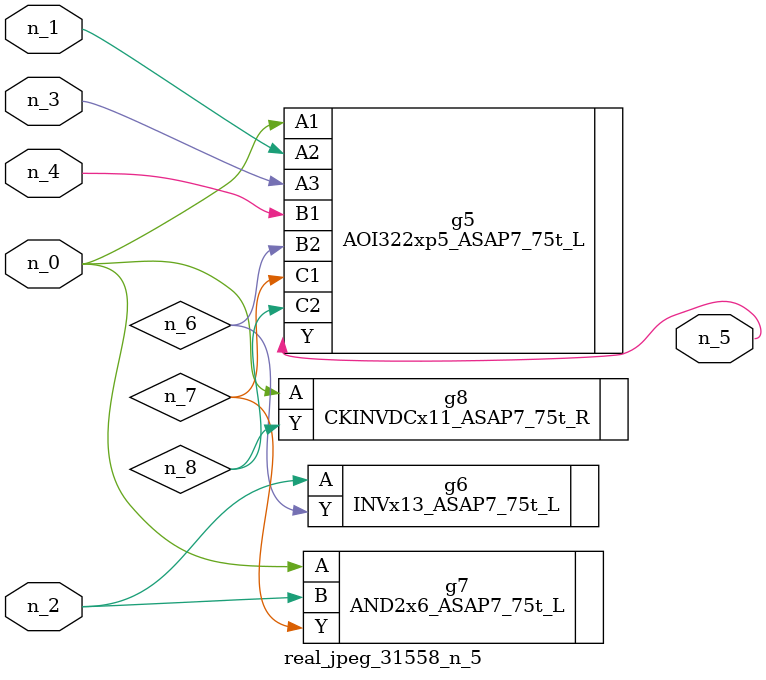
<source format=v>
module real_jpeg_31558_n_5 (n_4, n_0, n_1, n_2, n_3, n_5);

input n_4;
input n_0;
input n_1;
input n_2;
input n_3;

output n_5;

wire n_8;
wire n_6;
wire n_7;

AOI322xp5_ASAP7_75t_L g5 ( 
.A1(n_0),
.A2(n_1),
.A3(n_3),
.B1(n_4),
.B2(n_6),
.C1(n_7),
.C2(n_8),
.Y(n_5)
);

AND2x6_ASAP7_75t_L g7 ( 
.A(n_0),
.B(n_2),
.Y(n_7)
);

CKINVDCx11_ASAP7_75t_R g8 ( 
.A(n_0),
.Y(n_8)
);

INVx13_ASAP7_75t_L g6 ( 
.A(n_2),
.Y(n_6)
);


endmodule
</source>
